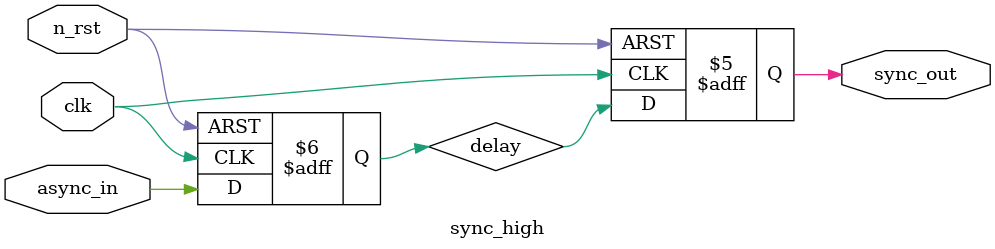
<source format=sv>

module sync_high(input logic clk, n_rst, async_in, output logic sync_out);
    logic delay;

    always_ff @(posedge clk, negedge n_rst)
    begin
        if (n_rst == 1'b0)
            delay <= 1'b1;
        else
            delay <= async_in;
    end

    always_ff @(posedge clk, negedge n_rst)
    begin
        if (n_rst == 1'b0)
            sync_out <= 1'b1;
        else
            sync_out <= delay;
    end

endmodule
</source>
